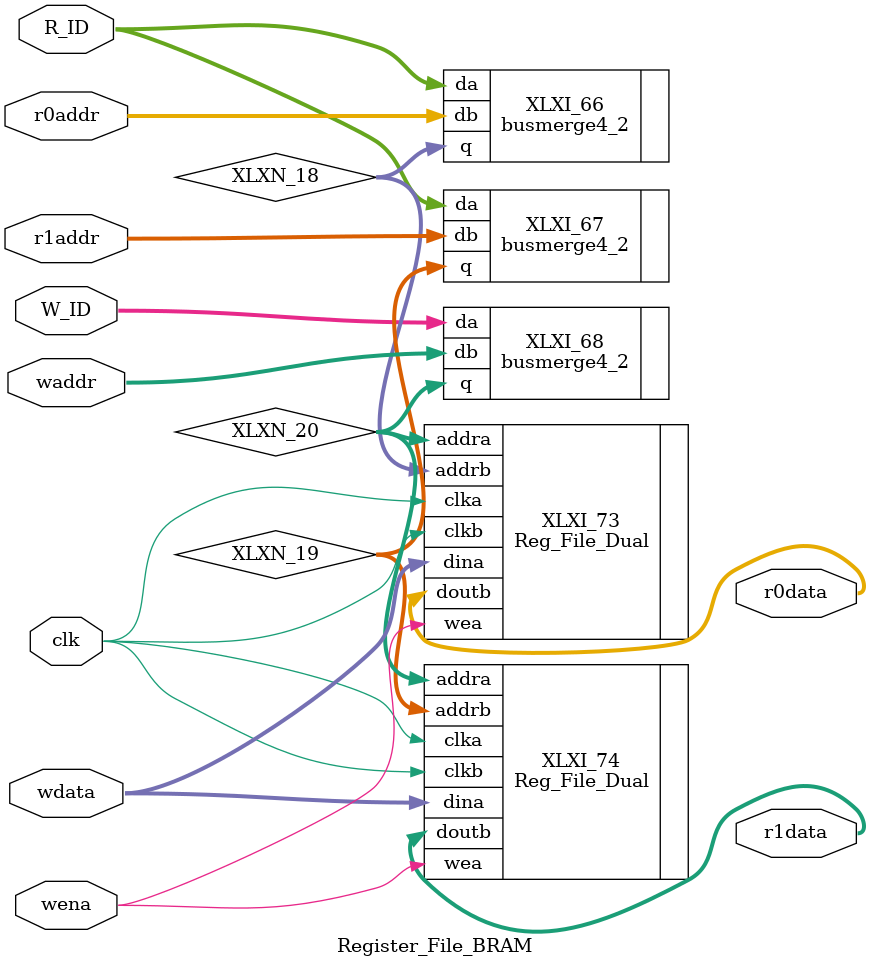
<source format=v>
`timescale 1ns / 1ps

module Register_File_BRAM(clk, 
                          R_ID, 
                          r0addr, 
                          r1addr, 
                          waddr, 
                          wdata, 
                          wena, 
                          W_ID, 
                          r0data, 
                          r1data);

    input clk;
    input [1:0] R_ID;
    input [3:0] r0addr;
    input [3:0] r1addr;
    input [3:0] waddr;
    input [63:0] wdata;
    input wena;
    input [1:0] W_ID;
   output [63:0] r0data;
   output [63:0] r1data;
   
   wire [5:0] XLXN_18;
   wire [5:0] XLXN_19;
   wire [5:0] XLXN_20;
   
   busmerge4_2 XLXI_66 (.da(R_ID[1:0]), 
                        .db(r0addr[3:0]), 
                        .q(XLXN_18[5:0]));
   busmerge4_2 XLXI_67 (.da(R_ID[1:0]), 
                        .db(r1addr[3:0]), 
                        .q(XLXN_19[5:0]));
   busmerge4_2 XLXI_68 (.da(W_ID[1:0]), 
                        .db(waddr[3:0]), 
                        .q(XLXN_20[5:0]));
   Reg_File_Dual XLXI_73 (.addra(XLXN_20[5:0]), 
                          .addrb(XLXN_18[5:0]), 
                          .clka(clk), 
                          .clkb(clk), 
                          .dina(wdata[63:0]), 
                          .wea(wena), 
                          .doutb(r0data[63:0]));
   Reg_File_Dual XLXI_74 (.addra(XLXN_20[5:0]), 
                          .addrb(XLXN_19[5:0]), 
                          .clka(clk), 
                          .clkb(clk), 
                          .dina(wdata[63:0]), 
                          .wea(wena), 
                          .doutb(r1data[63:0]));
endmodule

</source>
